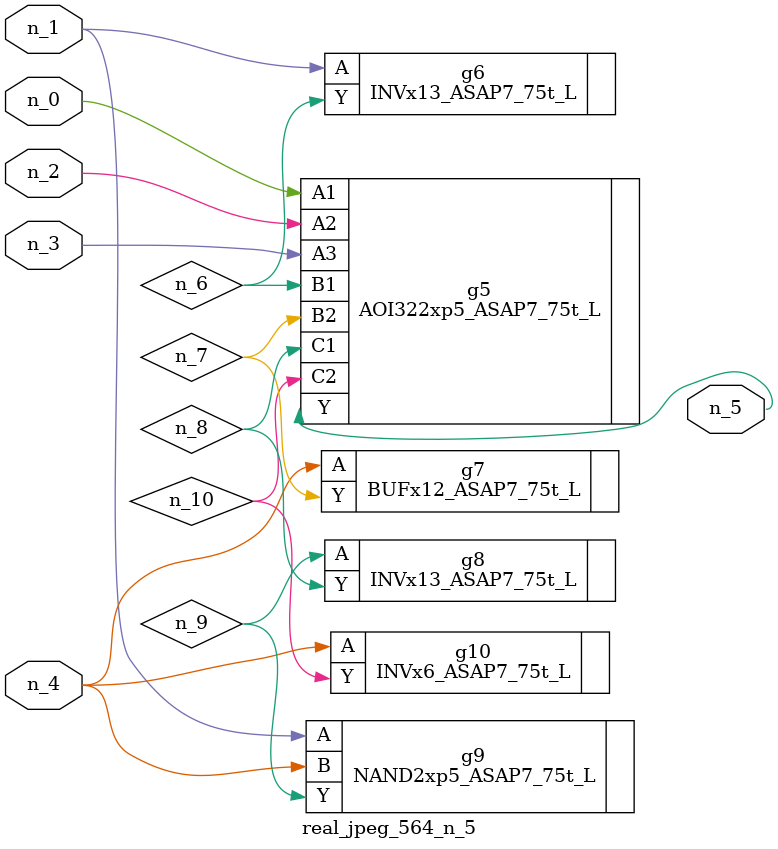
<source format=v>
module real_jpeg_564_n_5 (n_4, n_0, n_1, n_2, n_3, n_5);

input n_4;
input n_0;
input n_1;
input n_2;
input n_3;

output n_5;

wire n_8;
wire n_6;
wire n_7;
wire n_10;
wire n_9;

AOI322xp5_ASAP7_75t_L g5 ( 
.A1(n_0),
.A2(n_2),
.A3(n_3),
.B1(n_6),
.B2(n_7),
.C1(n_8),
.C2(n_10),
.Y(n_5)
);

INVx13_ASAP7_75t_L g6 ( 
.A(n_1),
.Y(n_6)
);

NAND2xp5_ASAP7_75t_L g9 ( 
.A(n_1),
.B(n_4),
.Y(n_9)
);

BUFx12_ASAP7_75t_L g7 ( 
.A(n_4),
.Y(n_7)
);

INVx6_ASAP7_75t_L g10 ( 
.A(n_4),
.Y(n_10)
);

INVx13_ASAP7_75t_L g8 ( 
.A(n_9),
.Y(n_8)
);


endmodule
</source>
